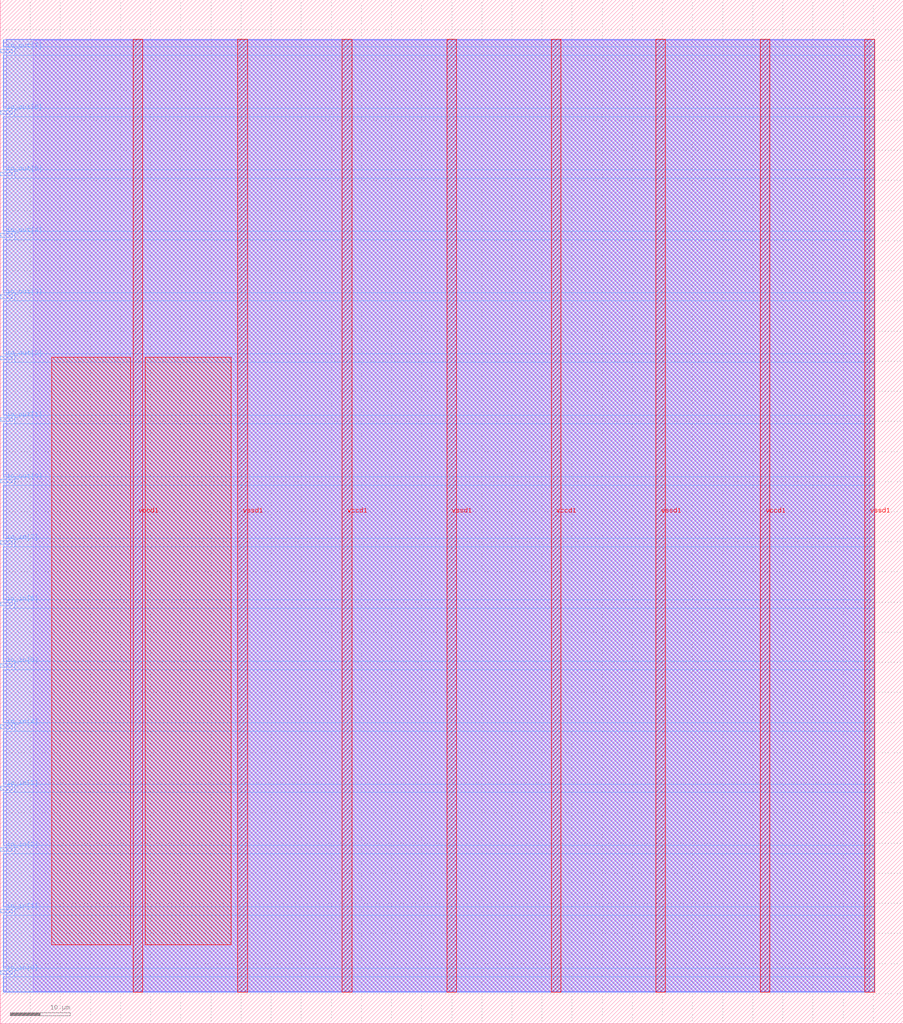
<source format=lef>
VERSION 5.7 ;
  NOWIREEXTENSIONATPIN ON ;
  DIVIDERCHAR "/" ;
  BUSBITCHARS "[]" ;
MACRO dsp_4bits_seq_alu
  CLASS BLOCK ;
  FOREIGN dsp_4bits_seq_alu ;
  ORIGIN 0.000 0.000 ;
  SIZE 150.000 BY 170.000 ;
  PIN io_in[0]
    DIRECTION INPUT ;
    USE SIGNAL ;
    PORT
      LAYER met3 ;
        RECT 0.000 8.200 2.000 8.800 ;
    END
  END io_in[0]
  PIN io_in[1]
    DIRECTION INPUT ;
    USE SIGNAL ;
    PORT
      LAYER met3 ;
        RECT 0.000 18.400 2.000 19.000 ;
    END
  END io_in[1]
  PIN io_in[2]
    DIRECTION INPUT ;
    USE SIGNAL ;
    PORT
      LAYER met3 ;
        RECT 0.000 28.600 2.000 29.200 ;
    END
  END io_in[2]
  PIN io_in[3]
    DIRECTION INPUT ;
    USE SIGNAL ;
    PORT
      LAYER met3 ;
        RECT 0.000 38.800 2.000 39.400 ;
    END
  END io_in[3]
  PIN io_in[4]
    DIRECTION INPUT ;
    USE SIGNAL ;
    PORT
      LAYER met3 ;
        RECT 0.000 49.000 2.000 49.600 ;
    END
  END io_in[4]
  PIN io_in[5]
    DIRECTION INPUT ;
    USE SIGNAL ;
    PORT
      LAYER met3 ;
        RECT 0.000 59.200 2.000 59.800 ;
    END
  END io_in[5]
  PIN io_in[6]
    DIRECTION INPUT ;
    USE SIGNAL ;
    PORT
      LAYER met3 ;
        RECT 0.000 69.400 2.000 70.000 ;
    END
  END io_in[6]
  PIN io_in[7]
    DIRECTION INPUT ;
    USE SIGNAL ;
    PORT
      LAYER met3 ;
        RECT 0.000 79.600 2.000 80.200 ;
    END
  END io_in[7]
  PIN io_out[0]
    DIRECTION OUTPUT TRISTATE ;
    USE SIGNAL ;
    PORT
      LAYER met3 ;
        RECT 0.000 89.800 2.000 90.400 ;
    END
  END io_out[0]
  PIN io_out[1]
    DIRECTION OUTPUT TRISTATE ;
    USE SIGNAL ;
    PORT
      LAYER met3 ;
        RECT 0.000 100.000 2.000 100.600 ;
    END
  END io_out[1]
  PIN io_out[2]
    DIRECTION OUTPUT TRISTATE ;
    USE SIGNAL ;
    PORT
      LAYER met3 ;
        RECT 0.000 110.200 2.000 110.800 ;
    END
  END io_out[2]
  PIN io_out[3]
    DIRECTION OUTPUT TRISTATE ;
    USE SIGNAL ;
    PORT
      LAYER met3 ;
        RECT 0.000 120.400 2.000 121.000 ;
    END
  END io_out[3]
  PIN io_out[4]
    DIRECTION OUTPUT TRISTATE ;
    USE SIGNAL ;
    PORT
      LAYER met3 ;
        RECT 0.000 130.600 2.000 131.200 ;
    END
  END io_out[4]
  PIN io_out[5]
    DIRECTION OUTPUT TRISTATE ;
    USE SIGNAL ;
    PORT
      LAYER met3 ;
        RECT 0.000 140.800 2.000 141.400 ;
    END
  END io_out[5]
  PIN io_out[6]
    DIRECTION OUTPUT TRISTATE ;
    USE SIGNAL ;
    PORT
      LAYER met3 ;
        RECT 0.000 151.000 2.000 151.600 ;
    END
  END io_out[6]
  PIN io_out[7]
    DIRECTION OUTPUT TRISTATE ;
    USE SIGNAL ;
    PORT
      LAYER met3 ;
        RECT 0.000 161.200 2.000 161.800 ;
    END
  END io_out[7]
  PIN vccd1
    DIRECTION INOUT ;
    USE POWER ;
    PORT
      LAYER met4 ;
        RECT 22.085 5.200 23.685 163.440 ;
    END
    PORT
      LAYER met4 ;
        RECT 56.815 5.200 58.415 163.440 ;
    END
    PORT
      LAYER met4 ;
        RECT 91.545 5.200 93.145 163.440 ;
    END
    PORT
      LAYER met4 ;
        RECT 126.275 5.200 127.875 163.440 ;
    END
  END vccd1
  PIN vssd1
    DIRECTION INOUT ;
    USE GROUND ;
    PORT
      LAYER met4 ;
        RECT 39.450 5.200 41.050 163.440 ;
    END
    PORT
      LAYER met4 ;
        RECT 74.180 5.200 75.780 163.440 ;
    END
    PORT
      LAYER met4 ;
        RECT 108.910 5.200 110.510 163.440 ;
    END
    PORT
      LAYER met4 ;
        RECT 143.640 5.200 145.240 163.440 ;
    END
  END vssd1
  OBS
      LAYER li1 ;
        RECT 5.520 5.355 144.440 163.285 ;
      LAYER met1 ;
        RECT 0.990 5.200 145.240 163.440 ;
      LAYER met2 ;
        RECT 0.550 5.255 145.210 163.385 ;
      LAYER met3 ;
        RECT 0.525 162.200 145.230 163.365 ;
        RECT 2.400 160.800 145.230 162.200 ;
        RECT 0.525 152.000 145.230 160.800 ;
        RECT 2.400 150.600 145.230 152.000 ;
        RECT 0.525 141.800 145.230 150.600 ;
        RECT 2.400 140.400 145.230 141.800 ;
        RECT 0.525 131.600 145.230 140.400 ;
        RECT 2.400 130.200 145.230 131.600 ;
        RECT 0.525 121.400 145.230 130.200 ;
        RECT 2.400 120.000 145.230 121.400 ;
        RECT 0.525 111.200 145.230 120.000 ;
        RECT 2.400 109.800 145.230 111.200 ;
        RECT 0.525 101.000 145.230 109.800 ;
        RECT 2.400 99.600 145.230 101.000 ;
        RECT 0.525 90.800 145.230 99.600 ;
        RECT 2.400 89.400 145.230 90.800 ;
        RECT 0.525 80.600 145.230 89.400 ;
        RECT 2.400 79.200 145.230 80.600 ;
        RECT 0.525 70.400 145.230 79.200 ;
        RECT 2.400 69.000 145.230 70.400 ;
        RECT 0.525 60.200 145.230 69.000 ;
        RECT 2.400 58.800 145.230 60.200 ;
        RECT 0.525 50.000 145.230 58.800 ;
        RECT 2.400 48.600 145.230 50.000 ;
        RECT 0.525 39.800 145.230 48.600 ;
        RECT 2.400 38.400 145.230 39.800 ;
        RECT 0.525 29.600 145.230 38.400 ;
        RECT 2.400 28.200 145.230 29.600 ;
        RECT 0.525 19.400 145.230 28.200 ;
        RECT 2.400 18.000 145.230 19.400 ;
        RECT 0.525 9.200 145.230 18.000 ;
        RECT 2.400 7.800 145.230 9.200 ;
        RECT 0.525 5.275 145.230 7.800 ;
      LAYER met4 ;
        RECT 8.575 13.095 21.685 110.665 ;
        RECT 24.085 13.095 38.345 110.665 ;
  END
END dsp_4bits_seq_alu
END LIBRARY


</source>
